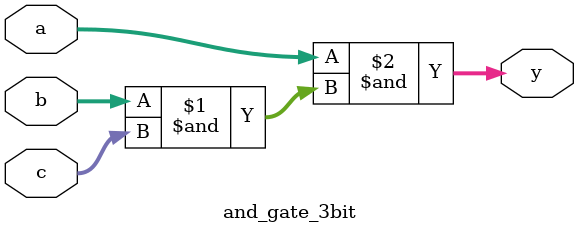
<source format=sv>
module and_gate_3bit( 
  input logic [2:0] a,
  input logic [2:0] b,
  input logic [2:0] c,
  output logic [2:0] y);
  
  
  assign y = a & ( b & c);
  
endmodule
</source>
